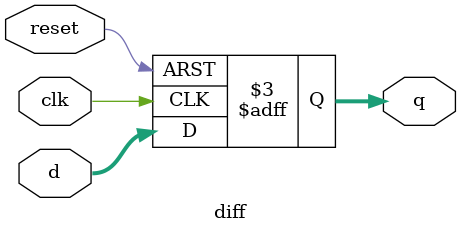
<source format=v>
module diff(clk, reset, d, q);
  input clk, reset;
  input [4:0] d;
  output reg [4:0] q;

  // 非同步、低電位有效的 reset
  always @(posedge clk or negedge reset)
    if (!reset)
      q <= 0;
    else
      q <= d;
endmodule
</source>
